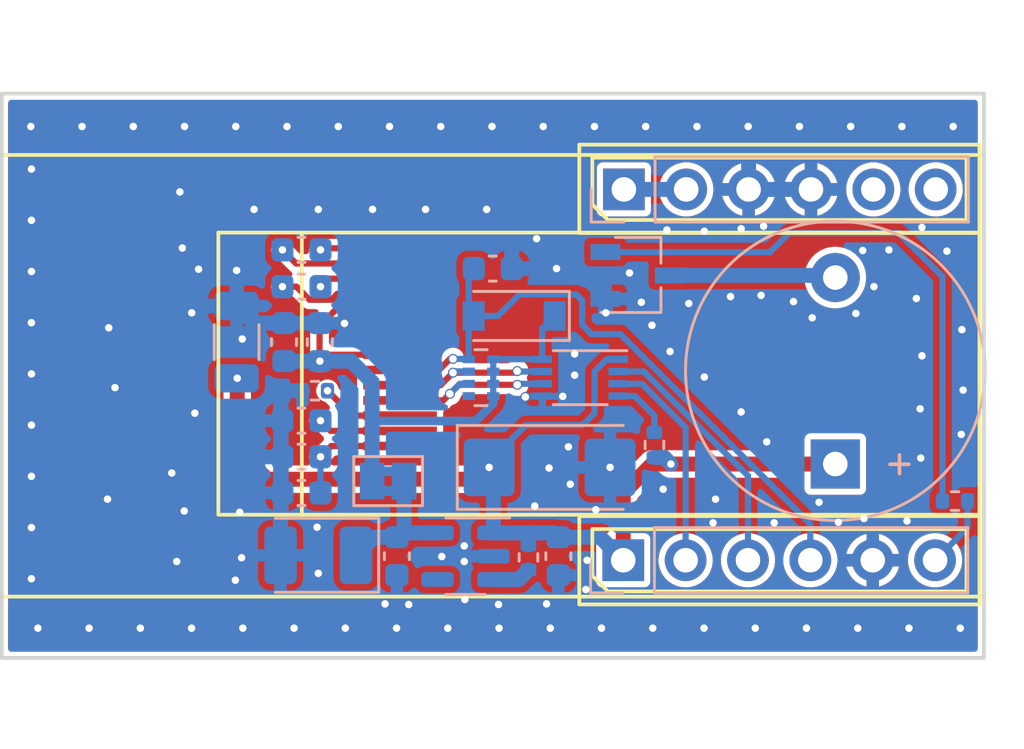
<source format=kicad_pcb>
(kicad_pcb (version 20211014) (generator pcbnew)
  (layers (0 "F.Cu" signal) (31 "B.Cu" signal) (34 "B.Paste" user) (35 "F.Paste" user) (36 "B.SilkS" user "B.Silkscreen") (37 "F.SilkS" user "F.Silkscreen") (38 "B.Mask" user) (39 "F.Mask" user) (44 "Edge.Cuts" user))
  (net 0 "")
  (net 1 "VCC")
  (net 2 "Net-(BZ1-Pad2)")
  (net 3 "GND")
  (net 4 "Net-(C3-Pad1)")
  (net 5 "Net-(C5-Pad1)")
  (net 6 "Net-(C5-Pad2)")
  (net 7 "Net-(C6-Pad1)")
  (net 8 "Net-(C6-Pad2)")
  (net 9 "+3V3")
  (net 11 "Net-(C11-Pad1)")
  (net 12 "Net-(C12-Pad1)")
  (net 13 "/DISP_SCL")
  (net 14 "/DISP_SDA")
  (net 15 "/BEEP")
  (net 16 "+24V")
  (net 19 "Net-(Q1-Pad2)")
  (net 20 "Net-(R1-Pad2)")
  (net 21 "Net-(R2-Pad2)")
  (net 22 "Net-(R4-Pad1)")
  (net 23 "/RST")
  (net 25 "/SCL")
  (net 26 "/SDA")
  (footprint "My_Library:OLED_128x32" (layer "F.Cu") (at 98.898001 130.1231)
    (fp_text reference "U3" hide)
    (fp_text value "0.91_OLED_128x32")
    (pad "1" smd rect (at 4 -10.86 90) (size 0.35 3) (layers "F.Cu" "F.Paste" "F.Mask") (net 5 "Net-(C5-Pad1)"))
    (pad "2" smd rect (at 4 -10.24 90) (size 0.35 3) (layers "F.Cu" "F.Paste" "F.Mask") (net 6 "Net-(C5-Pad2)"))
    (pad "3" smd rect (at 4 -9.62 90) (size 0.35 3) (layers "F.Cu" "F.Paste" "F.Mask") (net 7 "Net-(C6-Pad1)"))
    (pad "4" smd rect (at 4 -9 90) (size 0.35 3) (layers "F.Cu" "F.Paste" "F.Mask") (net 8 "Net-(C6-Pad2)"))
    (pad "5" smd rect (at 4 -8.38 90) (size 0.35 3) (layers "F.Cu" "F.Paste" "F.Mask") (net 9 "+3V3"))
    (pad "6" smd rect (at 4 -7.76 90) (size 0.35 3) (layers "F.Cu" "F.Paste" "F.Mask"))
    (pad "7" smd rect (at 4 -7.14 90) (size 0.35 3) (layers "F.Cu" "F.Paste" "F.Mask") (net 3 "GND"))
    (pad "8" smd rect (at 4 -6.52 90) (size 0.35 3) (layers "F.Cu" "F.Paste" "F.Mask") (net 9 "+3V3"))
    (pad "9" smd rect (at 4 -5.9 90) (size 0.35 3) (layers "F.Cu" "F.Paste" "F.Mask") (net 23 "/RST"))
    (pad "10" smd rect (at 4 -5.28 90) (size 0.35 3) (layers "F.Cu" "F.Paste" "F.Mask") (net 13 "/DISP_SCL"))
    (pad "11" smd rect (at 4 -4.66 90) (size 0.35 3) (layers "F.Cu" "F.Paste" "F.Mask") (net 14 "/DISP_SDA"))
    (pad "12" smd rect (at 4 -4.04 90) (size 0.35 3) (layers "F.Cu" "F.Paste" "F.Mask") (net 22 "Net-(R4-Pad1)"))
    (pad "13" smd rect (at 4 -3.42 90) (size 0.35 3) (layers "F.Cu" "F.Paste" "F.Mask") (net 11 "Net-(C11-Pad1)"))
    (pad "14" smd rect (at 4 -2.8 90) (size 0.35 3) (layers "F.Cu" "F.Paste" "F.Mask") (net 12 "Net-(C12-Pad1)"))
  )
  (footprint "Capacitor_SMD:C_0603_1608Metric" (layer "B.Cu") (at 99.6322 123.0884 90)
    (fp_text reference "C8" hide)
    (fp_text value "4.7uF")
    (pad "1" smd roundrect (at -0.775 0 90) (size 0.9 0.95) (layers "B.Cu" "B.Paste" "B.Mask") (net 9 "+3V3"))
    (pad "2" smd roundrect (at 0.775 0 90) (size 0.9 0.95) (layers "B.Cu" "B.Paste" "B.Mask") (net 3 "GND"))
  )
  (footprint "Capacitor_SMD:C_0603_1608Metric" (layer "B.Cu") (at 109.347 131.8136 -90)
    (fp_text reference "C2" hide)
    (fp_text value "100nF")
    (pad "1" smd roundrect (at -0.775 0 270) (size 0.9 0.95) (layers "B.Cu" "B.Paste" "B.Mask") (net 1 "VCC"))
    (pad "2" smd roundrect (at 0.775 0 270) (size 0.9 0.95) (layers "B.Cu" "B.Paste" "B.Mask") (net 3 "GND"))
  )
  (footprint "Capacitor_SMD:C_0603_1608Metric" (layer "B.Cu") (at 106.6736 120.0912 180)
    (fp_text reference "C10" hide)
    (fp_text value "4.7uF")
    (pad "1" smd roundrect (at -0.775 0 180) (size 0.9 0.95) (layers "B.Cu" "B.Paste" "B.Mask") (net 3 "GND"))
    (pad "2" smd roundrect (at 0.775 0 180) (size 0.9 0.95) (layers "B.Cu" "B.Paste" "B.Mask") (net 23 "/RST"))
  )
  (footprint "Connector_PinSocket_2.54mm:PinSocket_1x06_P2.54mm_Vertical" (layer "B.Cu") (at 112.0136 116.8646 -90)
    (fp_text reference "J2" hide)
    (fp_text value "Conn_01x06_Female")
    (pad "1" thru_hole rect (at 0 0 270) (size 1.7 1.7) (drill 1) (layers *.Cu *.Mask) (net 16 "+24V"))
    (pad "2" thru_hole oval (at 0 -2.54 270) (size 1.7 1.7) (drill 1) (layers *.Cu *.Mask) (net 16 "+24V"))
    (pad "3" thru_hole oval (at 0 -5.08 270) (size 1.7 1.7) (drill 1) (layers *.Cu *.Mask) (net 3 "GND"))
    (pad "4" thru_hole oval (at 0 -7.62 270) (size 1.7 1.7) (drill 1) (layers *.Cu *.Mask) (net 3 "GND"))
    (pad "5" thru_hole oval (at 0 -10.16 270) (size 1.7 1.7) (drill 1) (layers *.Cu *.Mask))
    (pad "6" thru_hole oval (at 0 -12.7 270) (size 1.7 1.7) (drill 1) (layers *.Cu *.Mask))
  )
  (footprint "Resistor_SMD:R_0402_1005Metric" (layer "B.Cu") (at 125.5014 129.5654)
    (fp_text reference "R3" hide)
    (fp_text value "2K")
    (pad "1" smd roundrect (at -0.51 0) (size 0.54 0.64) (layers "B.Cu" "B.Paste" "B.Mask") (net 19 "Net-(Q1-Pad2)"))
    (pad "2" smd roundrect (at 0.51 0) (size 0.54 0.64) (layers "B.Cu" "B.Paste" "B.Mask") (net 15 "/BEEP"))
  )
  (footprint "Capacitor_SMD:C_0603_1608Metric" (layer "B.Cu") (at 98.8822 127.762 180)
    (fp_text reference "C12" hide)
    (fp_text value "4.7uF")
    (pad "1" smd roundrect (at -0.775 0 180) (size 0.9 0.95) (layers "B.Cu" "B.Paste" "B.Mask") (net 12 "Net-(C12-Pad1)"))
    (pad "2" smd roundrect (at 0.775 0 180) (size 0.9 0.95) (layers "B.Cu" "B.Paste" "B.Mask") (net 3 "GND"))
  )
  (footprint "Package_TO_SOT_SMD:TSOT-23" (layer "B.Cu") (at 112.5728 120.3706)
    (fp_text reference "Q1" hide)
    (fp_text value "S8050")
    (pad "1" smd rect (at -1.31 0.95) (size 1.22 0.65) (layers "B.Cu" "B.Paste" "B.Mask") (net 3 "GND"))
    (pad "2" smd rect (at -1.31 -0.95) (size 1.22 0.65) (layers "B.Cu" "B.Paste" "B.Mask") (net 19 "Net-(Q1-Pad2)"))
    (pad "3" smd rect (at 1.31 0) (size 1.22 0.65) (layers "B.Cu" "B.Paste" "B.Mask") (net 2 "Net-(BZ1-Pad2)"))
  )
  (footprint "Resistor_SMD:R_0402_1005Metric" (layer "B.Cu") (at 113.2586 127.2794 90)
    (fp_text reference "R2" hide)
    (fp_text value "10K")
    (pad "1" smd roundrect (at -0.51 0 90) (size 0.54 0.64) (layers "B.Cu" "B.Paste" "B.Mask") (net 1 "VCC"))
    (pad "2" smd roundrect (at 0.51 0 90) (size 0.54 0.64) (layers "B.Cu" "B.Paste" "B.Mask") (net 21 "Net-(R2-Pad2)"))
  )
  (footprint "Package_SO:VSSOP-8_2.3x2mm_P0.5mm" (layer "B.Cu") (at 110.236 124.5362 180)
    (fp_text reference "U2" hide)
    (fp_text value "RS0102YH8")
    (pad "1" smd rect (at -1.55 0.75 270) (size 0.3 0.8) (layers "B.Cu" "B.Paste" "B.Mask") (net 1 "VCC"))
    (pad "2" smd rect (at -1.55 0.25 270) (size 0.3 0.8) (layers "B.Cu" "B.Paste" "B.Mask") (net 25 "/SCL"))
    (pad "3" smd rect (at -1.55 -0.25 270) (size 0.3 0.8) (layers "B.Cu" "B.Paste" "B.Mask") (net 26 "/SDA"))
    (pad "4" smd rect (at -1.55 -0.75 270) (size 0.3 0.8) (layers "B.Cu" "B.Paste" "B.Mask") (net 21 "Net-(R2-Pad2)"))
    (pad "5" smd rect (at 1.55 -0.75 270) (size 0.3 0.8) (layers "B.Cu" "B.Paste" "B.Mask") (net 3 "GND"))
    (pad "6" smd rect (at 1.55 -0.25 270) (size 0.3 0.8) (layers "B.Cu" "B.Paste" "B.Mask") (net 14 "/DISP_SDA"))
    (pad "7" smd rect (at 1.55 0.25 270) (size 0.3 0.8) (layers "B.Cu" "B.Paste" "B.Mask") (net 13 "/DISP_SCL"))
    (pad "8" smd rect (at 1.55 0.75 270) (size 0.3 0.8) (layers "B.Cu" "B.Paste" "B.Mask") (net 9 "+3V3"))
  )
  (footprint "Capacitor_SMD:C_0603_1608Metric" (layer "B.Cu") (at 98.8822 119.3292 180)
    (fp_text reference "C5" hide)
    (fp_text value "1uF")
    (pad "1" smd roundrect (at -0.775 0 180) (size 0.9 0.95) (layers "B.Cu" "B.Paste" "B.Mask") (net 5 "Net-(C5-Pad1)"))
    (pad "2" smd roundrect (at 0.775 0 180) (size 0.9 0.95) (layers "B.Cu" "B.Paste" "B.Mask") (net 6 "Net-(C5-Pad2)"))
  )
  (footprint "Diode_SMD:D_SOD-123" (layer "B.Cu") (at 107.5436 122.0216 180)
    (fp_text reference "D1" hide)
    (fp_text value "1N4148")
    (pad "1" smd rect (at -1.65 0 180) (size 0.9 1.2) (layers "B.Cu" "B.Paste" "B.Mask") (net 9 "+3V3"))
    (pad "2" smd rect (at 1.65 0 180) (size 0.9 1.2) (layers "B.Cu" "B.Paste" "B.Mask") (net 23 "/RST"))
  )
  (footprint "Capacitor_SMD:C_0603_1608Metric" (layer "B.Cu") (at 98.8822 126.2888 180)
    (fp_text reference "C11" hide)
    (fp_text value "2.2uF")
    (pad "1" smd roundrect (at -0.775 0 180) (size 0.9 0.95) (layers "B.Cu" "B.Paste" "B.Mask") (net 11 "Net-(C11-Pad1)"))
    (pad "2" smd roundrect (at 0.775 0 180) (size 0.9 0.95) (layers "B.Cu" "B.Paste" "B.Mask") (net 3 "GND"))
  )
  (footprint "Resistor_SMD:R_0402_1005Metric" (layer "B.Cu") (at 99.4322 125.0696 180)
    (fp_text reference "R4" hide)
    (fp_text value "560K")
    (pad "1" smd roundrect (at -0.51 0 180) (size 0.54 0.64) (layers "B.Cu" "B.Paste" "B.Mask") (net 22 "Net-(R4-Pad1)"))
    (pad "2" smd roundrect (at 0.51 0 180) (size 0.54 0.64) (layers "B.Cu" "B.Paste" "B.Mask") (net 3 "GND"))
  )
  (footprint "Package_TO_SOT_SMD:SOT-23-5" (layer "B.Cu") (at 105.5624 131.8136 180)
    (fp_text reference "U1" hide)
    (fp_text value "RT9013-3V3")
    (pad "1" smd roundrect (at -1.1375 0.95 180) (size 1.325 0.6) (layers "B.Cu" "B.Paste" "B.Mask") (net 1 "VCC"))
    (pad "2" smd roundrect (at -1.1375 0 180) (size 1.325 0.6) (layers "B.Cu" "B.Paste" "B.Mask") (net 3 "GND"))
    (pad "3" smd roundrect (at -1.1375 -0.95 180) (size 1.325 0.6) (layers "B.Cu" "B.Paste" "B.Mask") (net 20 "Net-(R1-Pad2)"))
    (pad "4" smd roundrect (at 1.1375 -0.95 180) (size 1.325 0.6) (layers "B.Cu" "B.Paste" "B.Mask"))
    (pad "5" smd roundrect (at 1.1375 0.95 180) (size 1.325 0.6) (layers "B.Cu" "B.Paste" "B.Mask") (net 4 "Net-(C3-Pad1)"))
  )
  (footprint "Jumper:SolderJumper-2_P1.3mm_Bridged2Bar_Pad1.0x1.5mm" (layer "B.Cu") (at 102.4128 128.7526)
    (fp_text reference "JP1" hide)
    (fp_text value "JUMP")
    (fp_poly (pts (xy -0.25 -0.2) (xy 0.25 -0.2) (xy 0.25 -0.6) (xy -0.25 -0.6)) (layer "B.Cu") (width 0) (fill solid))
    (fp_poly (pts (xy -0.25 0.6) (xy 0.25 0.6) (xy 0.25 0.2) (xy -0.25 0.2)) (layer "B.Cu") (width 0) (fill solid))
    (pad "1" smd rect (at -0.65 0) (size 1 1.5) (layers "B.Cu" "B.Mask") (net 9 "+3V3"))
    (pad "2" smd rect (at 0.65 0) (size 1 1.5) (layers "B.Cu" "B.Mask") (net 4 "Net-(C3-Pad1)"))
  )
  (footprint "Resistor_SMD:R_0402_1005Metric" (layer "B.Cu") (at 108.1278 131.8624 -90)
    (fp_text reference "R1" hide)
    (fp_text value "100K")
    (pad "1" smd roundrect (at -0.51 0 270) (size 0.54 0.64) (layers "B.Cu" "B.Paste" "B.Mask") (net 1 "VCC"))
    (pad "2" smd roundrect (at 0.51 0 270) (size 0.54 0.64) (layers "B.Cu" "B.Paste" "B.Mask") (net 20 "Net-(R1-Pad2)"))
  )
  (footprint "Capacitor_SMD:C_1206_3216Metric" (layer "B.Cu") (at 96.2406 123.0884 90)
    (fp_text reference "C7" hide)
    (fp_text value "10uF")
    (pad "1" smd roundrect (at -1.475 0 90) (size 1.15 1.8) (layers "B.Cu" "B.Paste" "B.Mask") (roundrect_rratio 0.2173913043) (net 1 "VCC"))
    (pad "2" smd roundrect (at 1.475 0 90) (size 1.15 1.8) (layers "B.Cu" "B.Paste" "B.Mask") (roundrect_rratio 0.2173913043) (net 3 "GND"))
  )
  (footprint "Capacitor_SMD:C_0603_1608Metric" (layer "B.Cu") (at 98.171 123.0884 90)
    (fp_text reference "C9" hide)
    (fp_text value "100nF")
    (pad "1" smd roundrect (at -0.775 0 90) (size 0.9 0.95) (layers "B.Cu" "B.Paste" "B.Mask") (net 9 "+3V3"))
    (pad "2" smd roundrect (at 0.775 0 90) (size 0.9 0.95) (layers "B.Cu" "B.Paste" "B.Mask") (net 3 "GND"))
  )
  (footprint "Buzzer_Beeper:Buzzer_12x9.5RM7.6" (layer "B.Cu") (at 120.6246 128.0568 90)
    (fp_text reference "BZ1" hide)
    (fp_text value "Buzzer")
    (fp_text user "+" (at -0.01 2.54 90) (layer "B.SilkS") (effects (justify mirror)))
    (pad "1" thru_hole rect (at 0 0 90) (size 2 2) (drill 1) (layers *.Cu *.Mask) (net 1 "VCC"))
    (pad "2" thru_hole circle (at 7.6 0 90) (size 2 2) (drill 1) (layers *.Cu *.Mask) (net 2 "Net-(BZ1-Pad2)"))
  )
  (footprint "Capacitor_SMD:C_0603_1608Metric" (layer "B.Cu") (at 98.8822 129.2352 180)
    (fp_text reference "C13" hide)
    (fp_text value "100nF")
    (pad "1" smd roundrect (at -0.775 0 180) (size 0.9 0.95) (layers "B.Cu" "B.Paste" "B.Mask") (net 12 "Net-(C12-Pad1)"))
    (pad "2" smd roundrect (at 0.775 0 180) (size 0.9 0.95) (layers "B.Cu" "B.Paste" "B.Mask") (net 3 "GND"))
  )
  (footprint "Capacitor_Tantalum_SMD:CP_EIA-3528-21_Kemet-B" (layer "B.Cu") (at 99.568 131.7752 180)
    (fp_text reference "C3" hide)
    (fp_text value "10uF")
    (pad "1" smd roundrect (at -1.5375 0 180) (size 1.325 2.35) (layers "B.Cu" "B.Paste" "B.Mask") (roundrect_rratio 0.1886792453) (net 4 "Net-(C3-Pad1)"))
    (pad "2" smd roundrect (at 1.5375 0 180) (size 1.325 2.35) (layers "B.Cu" "B.Paste" "B.Mask") (roundrect_rratio 0.1886792453) (net 3 "GND"))
  )
  (footprint "Connector_PinSocket_2.54mm:PinSocket_1x06_P2.54mm_Vertical" (layer "B.Cu") (at 111.9882 131.978 -90)
    (fp_text reference "J1" hide)
    (fp_text value "Conn_01x06_Female")
    (pad "1" thru_hole rect (at 0 0 270) (size 1.7 1.7) (drill 1) (layers *.Cu *.Mask) (net 1 "VCC"))
    (pad "2" thru_hole oval (at 0 -2.54 270) (size 1.7 1.7) (drill 1) (layers *.Cu *.Mask) (net 26 "/SDA"))
    (pad "3" thru_hole oval (at 0 -5.08 270) (size 1.7 1.7) (drill 1) (layers *.Cu *.Mask) (net 25 "/SCL"))
    (pad "4" thru_hole oval (at 0 -7.62 270) (size 1.7 1.7) (drill 1) (layers *.Cu *.Mask) (net 23 "/RST"))
    (pad "5" thru_hole oval (at 0 -10.16 270) (size 1.7 1.7) (drill 1) (layers *.Cu *.Mask) (net 3 "GND"))
    (pad "6" thru_hole oval (at 0 -12.7 270) (size 1.7 1.7) (drill 1) (layers *.Cu *.Mask) (net 15 "/BEEP"))
  )
  (footprint "Capacitor_Tantalum_SMD:CP_EIA-6032-28_Kemet-C" (layer "B.Cu") (at 108.9886 128.1938)
    (fp_text reference "C1" hide)
    (fp_text value "10uF")
    (pad "1" smd roundrect (at -2.4625 0) (size 2.075 2.35) (layers "B.Cu" "B.Paste" "B.Mask") (roundrect_rratio 0.1204819277) (net 1 "VCC"))
    (pad "2" smd roundrect (at 2.4625 0) (size 2.075 2.35) (layers "B.Cu" "B.Paste" "B.Mask") (roundrect_rratio 0.1204819277) (net 3 "GND"))
  )
  (footprint "Resistor_SMD:R_Array_Concave_4x0402" (layer "B.Cu") (at 106.1936 124.5362)
    (fp_text reference "RN1" hide)
    (fp_text value "4.7K")
    (pad "1" smd rect (at -0.5 0.75) (size 0.5 0.32) (layers "B.Cu" "B.Paste" "B.Mask"))
    (pad "2" smd rect (at -0.5 0.25) (size 0.5 0.32) (layers "B.Cu" "B.Paste" "B.Mask") (net 14 "/DISP_SDA"))
    (pad "3" smd rect (at -0.5 -0.25) (size 0.5 0.32) (layers "B.Cu" "B.Paste" "B.Mask") (net 13 "/DISP_SCL"))
    (pad "4" smd rect (at -0.5 -0.75) (size 0.5 0.32) (layers "B.Cu" "B.Paste" "B.Mask") (net 23 "/RST"))
    (pad "5" smd rect (at 0.5 -0.75) (size 0.5 0.32) (layers "B.Cu" "B.Paste" "B.Mask") (net 9 "+3V3"))
    (pad "6" smd rect (at 0.5 -0.25) (size 0.5 0.32) (layers "B.Cu" "B.Paste" "B.Mask") (net 9 "+3V3"))
    (pad "7" smd rect (at 0.5 0.25) (size 0.5 0.32) (layers "B.Cu" "B.Paste" "B.Mask") (net 9 "+3V3"))
    (pad "8" smd rect (at 0.5 0.75) (size 0.5 0.32) (layers "B.Cu" "B.Paste" "B.Mask") (net 9 "+3V3"))
  )
  (footprint "Capacitor_SMD:C_0603_1608Metric" (layer "B.Cu") (at 98.8822 120.8278 180)
    (fp_text reference "C6" hide)
    (fp_text value "1uF")
    (pad "1" smd roundrect (at -0.775 0 180) (size 0.9 0.95) (layers "B.Cu" "B.Paste" "B.Mask") (net 7 "Net-(C6-Pad1)"))
    (pad "2" smd roundrect (at 0.775 0 180) (size 0.9 0.95) (layers "B.Cu" "B.Paste" "B.Mask") (net 8 "Net-(C6-Pad2)"))
  )
  (footprint "Capacitor_SMD:C_0603_1608Metric" (layer "B.Cu") (at 102.7684 131.8136 -90)
    (fp_text reference "C4" hide)
    (fp_text value "100nF")
    (pad "1" smd roundrect (at -0.775 0 270) (size 0.9 0.95) (layers "B.Cu" "B.Paste" "B.Mask") (net 4 "Net-(C3-Pad1)"))
    (pad "2" smd roundrect (at 0.775 0 270) (size 0.9 0.95) (layers "B.Cu" "B.Paste" "B.Mask") (net 3 "GND"))
  )
  (gr_line (start 126.4988 133.7784) (end 126.4988 130.1784) (layer "F.SilkS") (width 0.152399))
  (gr_line (start 110.7288 117.475) (end 110.7288 115.57) (layer "F.SilkS") (width 0.152399))
  (gr_line (start 110.7288 115.57) (end 125.9688 115.57) (layer "F.SilkS") (width 0.152399))
  (gr_line (start 110.1988 130.1784) (end 110.1988 133.7784) (layer "F.SilkS") (width 0.152399))
  (gr_line (start 110.7288 132.6134) (end 110.7288 130.7084) (layer "F.SilkS") (width 0.152399))
  (gr_line (start 110.7288 130.7084) (end 125.9688 130.7084) (layer "F.SilkS") (width 0.152399))
  (gr_line (start 125.9688 115.57) (end 125.9688 118.11) (layer "F.SilkS") (width 0.152399))
  (gr_line (start 110.1988 133.7784) (end 126.4988 133.7784) (layer "F.SilkS") (width 0.152399))
  (gr_line (start 125.9688 118.11) (end 111.3638 118.11) (layer "F.SilkS") (width 0.152399))
  (gr_line (start 86.68 133.46) (end 126.68 133.46) (layer "F.SilkS") (width 0.152399))
  (gr_line (start 126.4988 130.1784) (end 110.1988 130.1784) (layer "F.SilkS") (width 0.152399))
  (gr_line (start 126.68 115.46) (end 86.68 115.46) (layer "F.SilkS") (width 0.152399))
  (gr_line (start 111.3638 133.2484) (end 110.7288 132.6134) (layer "F.SilkS") (width 0.152399))
  (gr_line (start 111.3638 118.11) (end 110.7288 117.475) (layer "F.SilkS") (width 0.152399))
  (gr_line (start 125.9688 130.7084) (end 125.9688 133.2484) (layer "F.SilkS") (width 0.152399))
  (gr_line (start 126.4988 118.64) (end 126.4988 115.04) (layer "F.SilkS") (width 0.152399))
  (gr_line (start 125.9688 133.2484) (end 111.3638 133.2484) (layer "F.SilkS") (width 0.152399))
  (gr_line (start 110.1988 118.64) (end 126.4988 118.64) (layer "F.SilkS") (width 0.152399))
  (gr_line (start 126.4988 115.04) (end 110.1988 115.04) (layer "F.SilkS") (width 0.152399))
  (gr_line (start 110.1988 115.04) (end 110.1988 118.64) (layer "F.SilkS") (width 0.152399))
  (gr_line (start 126.68 135.96) (end 86.68 135.96) (layer "Edge.Cuts") (width 0.152399))
  (gr_line (start 126.68 112.96) (end 126.68 135.96) (layer "Edge.Cuts") (width 0.152399))
  (gr_line (start 86.68 112.96) (end 126.68 112.96) (layer "Edge.Cuts") (width 0.152399))
  (gr_line (start 86.68 135.96) (end 86.68 112.96) (layer "Edge.Cuts") (width 0.152399))
  (segment (start 106.0435 128.6764) (end 106.5261 128.1938) (width 0.6096) (layer "F.Cu") (net 1))
  (segment (start 113.929 128.0568) (end 113.167 128.0568) (width 0.6096) (layer "F.Cu") (net 1))
  (segment (start 120.6246 128.0568) (end 113.929 128.0568) (width 0.6096) (layer "F.Cu") (net 1))
  (segment (start 96.266 124.5616) (end 96.266 127.4572) (width 0.6096) (layer "F.Cu") (net 1))
  (segment (start 113.167 128.0568) (end 111.9882 129.2356) (width 0.6096) (layer "F.Cu") (net 1))
  (segment (start 96.266 127.4572) (end 97.4852 128.6764) (width 0.6096) (layer "F.Cu") (net 1))
  (segment (start 97.4852 128.6764) (end 106.0435 128.6764) (width 0.6096) (layer "F.Cu") (net 1))
  (segment (start 111.9882 129.2356) (end 111.9882 131.978) (width 0.6096) (layer "F.Cu") (net 1))
  (via (at 106.5261 128.1938) (size 0.4064) (drill 0.3048) (layers "F.Cu" "B.Cu") (net 1))
  (via (at 113.929 128.0568) (size 0.4064) (drill 0.3048) (layers "F.Cu" "B.Cu") (net 1))
  (via (at 96.266 124.5616) (size 0.4064) (drill 0.3048) (layers "F.Cu" "B.Cu") (net 1))
  (segment (start 110.8202 125.984) (end 110.3376 126.4666) (width 0.254) (layer "B.Cu") (net 1))
  (segment (start 96.2642 124.5634) (end 96.266 124.5616) (width 0.254) (layer "B.Cu") (net 1))
  (segment (start 108.156 130.8636) (end 109.172 130.8636) (width 0.6096) (layer "B.Cu") (net 1))
  (segment (start 110.8202 124.2822) (end 110.8202 125.984) (width 0.254) (layer "B.Cu") (net 1))
  (segment (start 106.5261 127.9667) (end 106.5261 128.1938) (width 0.254) (layer "B.Cu") (net 1))
  (segment (start 108.1278 131.3524) (end 108.1278 130.8918) (width 0.6096) (layer "B.Cu") (net 1))
  (segment (start 109.172 130.8636) (end 109.347 131.0386) (width 0.6096) (layer "B.Cu") (net 1))
  (segment (start 111.786 123.7862) (end 111.3162 123.7862) (width 0.254) (layer "B.Cu") (net 1))
  (segment (start 106.6999 130.8636) (end 106.6999 128.3676) (width 0.6096) (layer "B.Cu") (net 1))
  (segment (start 110.3376 126.4666) (end 108.0262 126.4666) (width 0.254) (layer "B.Cu") (net 1))
  (segment (start 113.6616 127.7894) (end 113.929 128.0568) (width 0.6096) (layer "B.Cu") (net 1))
  (segment (start 106.6999 128.3676) (end 106.5261 128.1938) (width 0.6096) (layer "B.Cu") (net 1))
  (segment (start 111.0488 131.0386) (end 111.9882 131.978) (width 0.6096) (layer "B.Cu") (net 1))
  (segment (start 111.3162 123.7862) (end 110.8202 124.2822) (width 0.254) (layer "B.Cu") (net 1))
  (segment (start 109.347 131.0386) (end 111.0488 131.0386) (width 0.6096) (layer "B.Cu") (net 1))
  (segment (start 106.6999 130.8636) (end 108.156 130.8636) (width 0.6096) (layer "B.Cu") (net 1))
  (segment (start 96.2406 124.5634) (end 96.2642 124.5634) (width 0.254) (layer "B.Cu") (net 1))
  (segment (start 108.1278 130.8918) (end 108.156 130.8636) (width 0.6096) (layer "B.Cu") (net 1))
  (segment (start 108.0262 126.4666) (end 106.5261 127.9667) (width 0.254) (layer "B.Cu") (net 1))
  (segment (start 113.2586 127.7894) (end 113.6616 127.7894) (width 0.6096) (layer "B.Cu") (net 1))
  (segment (start 113.959 120.3706) (end 120.5384 120.3706) (width 0.6096) (layer "B.Cu") (net 2))
  (segment (start 120.5384 120.3706) (end 120.6246 120.4568) (width 0.6096) (layer "B.Cu") (net 2))
  (segment (start 101.2915 122.9831) (end 100.6348 122.3264) (width 0.3556) (layer "F.Cu") (net 3))
  (segment (start 102.898001 122.9831) (end 101.2915 122.9831) (width 0.3556) (layer "F.Cu") (net 3))
  (segment (start 109.5248 125.2982) (end 111.4511 127.2245) (width 0.254) (layer "F.Cu") (net 3))
  (segment (start 111.4511 127.2245) (end 111.4511 128.1938) (width 0.254) (layer "F.Cu") (net 3))
  (via (at 117.602 121.1834) (size 0.4064) (drill 0.3048) (layers "F.Cu" "B.Cu") (net 3))
  (via (at 100.6348 122.3264) (size 0.4064) (drill 0.3048) (layers "F.Cu" "B.Cu") (net 3))
  (via (at 96.9518 117.6782) (size 0.4064) (drill 0.3048) (layers "F.Cu" "B.Cu") (net 3))
  (via (at 87.884 122.296767) (size 0.4064) (drill 0.3048) (layers "F.Cu" "B.Cu") (net 3))
  (via (at 90.233501 134.747) (size 0.4064) (drill 0.3048) (layers "F.Cu" "B.Cu") (net 3))
  (via (at 94.6912 120.1166) (size 0.4064) (drill 0.3048) (layers "F.Cu" "B.Cu") (net 3))
  (via (at 113.7666 118.5164) (size 0.4064) (drill 0.3048) (layers "F.Cu" "B.Cu") (net 3))
  (via (at 108.458 118.872) (size 0.4064) (drill 0.3048) (layers "F.Cu" "B.Cu") (net 3))
  (via (at 108.966 128.2192) (size 0.4064) (drill 0.3048) (layers "F.Cu" "B.Cu") (net 3))
  (via (at 123.9266 121.3104) (size 0.4064) (drill 0.3048) (layers "F.Cu" "B.Cu") (net 3))
  (via (at 103.9368 117.6782) (size 0.4064) (drill 0.3048) (layers "F.Cu" "B.Cu") (net 3))
  (via (at 87.8586 114.3) (size 0.4064) (drill 0.3048) (layers "F.Cu" "B.Cu") (net 3))
  (via (at 124.1552 123.6472) (size 0.4064) (drill 0.3048) (layers "F.Cu" "B.Cu") (net 3))
  (via (at 87.884 120.209734) (size 0.4064) (drill 0.3048) (layers "F.Cu" "B.Cu") (net 3))
  (via (at 108.0008 125.3236) (size 0.4064) (drill 0.3048) (layers "F.Cu" "B.Cu") (net 3))
  (via (at 124.079 125.8062) (size 0.4064) (drill 0.3048) (layers "F.Cu" "B.Cu") (net 3))
  (via (at 106.426 117.6782) (size 0.4064) (drill 0.3048) (layers "F.Cu" "B.Cu") (net 3))
  (via (at 121.251128 114.3) (size 0.4064) (drill 0.3048) (layers "F.Cu" "B.Cu") (net 3))
  (via (at 108.3818 129.7686) (size 0.4064) (drill 0.3048) (layers "F.Cu" "B.Cu") (net 3))
  (via (at 112.7252 121.4628) (size 0.4064) (drill 0.3048) (layers "F.Cu" "B.Cu") (net 3))
  (via (at 105.5116 131.3942) (size 0.4064) (drill 0.3048) (layers "F.Cu" "B.Cu") (net 3))
  (via (at 108.8644 133.7564) (size 0.4064) (drill 0.3048) (layers "F.Cu" "B.Cu") (net 3))
  (via (at 119.451963 134.747) (size 0.4064) (drill 0.3048) (layers "F.Cu" "B.Cu") (net 3))
  (via (at 109.8296 128.8796) (size 0.4064) (drill 0.3048) (layers "F.Cu" "B.Cu") (net 3))
  (via (at 125.7808 122.5804) (size 0.4064) (drill 0.3048) (layers "F.Cu" "B.Cu") (net 3))
  (via (at 115.2906 118.5672) (size 0.4064) (drill 0.3048) (layers "F.Cu" "B.Cu") (net 3))
  (via (at 119.164095 114.3) (size 0.4064) (drill 0.3048) (layers "F.Cu" "B.Cu") (net 3))
  (via (at 115.2906 124.5108) (size 0.4064) (drill 0.3048) (layers "F.Cu" "B.Cu") (net 3))
  (via (at 119.6848 122.0978) (size 0.4064) (drill 0.3048) (layers "F.Cu" "B.Cu") (net 3))
  (via (at 94.407567 134.747) (size 0.4064) (drill 0.3048) (layers "F.Cu" "B.Cu") (net 3))
  (via (at 125.713068 134.747) (size 0.4064) (drill 0.3048) (layers "F.Cu" "B.Cu") (net 3))
  (via (at 100.380798 114.3) (size 0.4064) (drill 0.3048) (layers "F.Cu" "B.Cu") (net 3))
  (via (at 118.1354 130.4544) (size 0.4064) (drill 0.3048) (layers "F.Cu" "B.Cu") (net 3))
  (via (at 120.7516 130.429) (size 0.4064) (drill 0.3048) (layers "F.Cu" "B.Cu") (net 3))
  (via (at 94.107 129.9718) (size 0.4064) (drill 0.3048) (layers "F.Cu" "B.Cu") (net 3))
  (via (at 125.4252 114.3) (size 0.4064) (drill 0.3048) (layers "F.Cu" "B.Cu") (net 3))
  (via (at 96.206732 114.3) (size 0.4064) (drill 0.3048) (layers "F.Cu" "B.Cu") (net 3))
  (via (at 106.9086 133.7818) (size 0.4064) (drill 0.3048) (layers "F.Cu" "B.Cu") (net 3))
  (via (at 109.5248 125.2982) (size 0.4064) (drill 0.3048) (layers "F.Cu" "B.Cu") (net 3))
  (via (at 91.0336 122.5042) (size 0.4064) (drill 0.3048) (layers "F.Cu" "B.Cu") (net 3))
  (via (at 93.599 128.4224) (size 0.4064) (drill 0.3048) (layers "F.Cu" "B.Cu") (net 3))
  (via (at 110.815963 114.3) (size 0.4064) (drill 0.3048) (layers "F.Cu" "B.Cu") (net 3))
  (via (at 110.0074 124.4346) (size 0.4064) (drill 0.3048) (layers "F.Cu" "B.Cu") (net 3))
  (via (at 124.1044 127.8128) (size 0.4064) (drill 0.3048) (layers "F.Cu" "B.Cu") (net 3))
  (via (at 116.7892 118.4656) (size 0.4064) (drill 0.3048) (layers "F.Cu" "B.Cu") (net 3))
  (via (at 113.6142 129.0828) (size 0.4064) (drill 0.3048) (layers "F.Cu" "B.Cu") (net 3))
  (via (at 99.568 117.6782) (size 0.4064) (drill 0.3048) (layers "F.Cu" "B.Cu") (net 3))
  (via (at 115.6462 130.4544) (size 0.4064) (drill 0.3048) (layers "F.Cu" "B.Cu") (net 3))
  (via (at 105.5116 132.0292) (size 0.4064) (drill 0.3048) (layers "F.Cu" "B.Cu") (net 3))
  (via (at 94.0308 119.253) (size 0.4064) (drill 0.3048) (layers "F.Cu" "B.Cu") (net 3))
  (via (at 101.7778 117.6782) (size 0.4064) (drill 0.3048) (layers "F.Cu" "B.Cu") (net 3))
  (via (at 104.554864 114.3) (size 0.4064) (drill 0.3048) (layers "F.Cu" "B.Cu") (net 3))
  (via (at 87.884 126.470833) (size 0.4064) (drill 0.3048) (layers "F.Cu" "B.Cu") (net 3))
  (via (at 125.7554 126.8476) (size 0.4064) (drill 0.3048) (layers "F.Cu" "B.Cu") (net 3))
  (via (at 100.668666 134.747) (size 0.4064) (drill 0.3048) (layers "F.Cu" "B.Cu") (net 3))
  (via (at 109.2708 120.0912) (size 0.4064) (drill 0.3048) (layers "F.Cu" "B.Cu") (net 3))
  (via (at 91.2876 124.9426) (size 0.4064) (drill 0.3048) (layers "F.Cu" "B.Cu") (net 3))
  (via (at 94.5388 125.984) (size 0.4064) (drill 0.3048) (layers "F.Cu" "B.Cu") (net 3))
  (via (at 98.293765 114.3) (size 0.4064) (drill 0.3048) (layers "F.Cu" "B.Cu") (net 3))
  (via (at 87.884 118.122701) (size 0.4064) (drill 0.3048) (layers "F.Cu" "B.Cu") (net 3))
  (via (at 92.032666 114.3) (size 0.4064) (drill 0.3048) (layers "F.Cu" "B.Cu") (net 3))
  (via (at 96.3676 130.0226) (size 0.4064) (drill 0.3048) (layers "F.Cu" "B.Cu") (net 3))
  (via (at 123.338161 114.3) (size 0.4064) (drill 0.3048) (layers "F.Cu" "B.Cu") (net 3))
  (via (at 88.146468 134.747) (size 0.4064) (drill 0.3048) (layers "F.Cu" "B.Cu") (net 3))
  (via (at 110.4646 133.1722) (size 0.4064) (drill 0.3048) (layers "F.Cu" "B.Cu") (net 3))
  (via (at 96.4946 134.747) (size 0.4064) (drill 0.3048) (layers "F.Cu" "B.Cu") (net 3))
  (via (at 87.884 132.731932) (size 0.4064) (drill 0.3048) (layers "F.Cu" "B.Cu") (net 3))
  (via (at 96.4692 122.9614) (size 0.4064) (drill 0.3048) (layers "F.Cu" "B.Cu") (net 3))
  (via (at 116.3574 121.2342) (size 0.4064) (drill 0.3048) (layers "F.Cu" "B.Cu") (net 3))
  (via (at 117.077062 114.3) (size 0.4064) (drill 0.3048) (layers "F.Cu" "B.Cu") (net 3))
  (via (at 118.9228 121.4374) (size 0.4064) (drill 0.3048) (layers "F.Cu" "B.Cu") (net 3))
  (via (at 96.4438 131.8768) (size 0.4064) (drill 0.3048) (layers "F.Cu" "B.Cu") (net 3))
  (via (at 109.7534 127.3556) (size 0.4064) (drill 0.3048) (layers "F.Cu" "B.Cu") (net 3))
  (via (at 102.2858 133.7564) (size 0.4064) (drill 0.3048) (layers "F.Cu" "B.Cu") (net 3))
  (via (at 87.884 124.3838) (size 0.4064) (drill 0.3048) (layers "F.Cu" "B.Cu") (net 3))
  (via (at 89.945633 114.3) (size 0.4064) (drill 0.3048) (layers "F.Cu" "B.Cu") (net 3))
  (via (at 111.103831 134.747) (size 0.4064) (drill 0.3048) (layers "F.Cu" "B.Cu") (net 3))
  (via (at 96.1898 132.7912) (size 0.4064) (drill 0.3048) (layers "F.Cu" "B.Cu") (net 3))
  (via (at 123.5456 130.3782) (size 0.4064) (drill 0.3048) (layers "F.Cu" "B.Cu") (net 3))
  (via (at 108.72893 114.3) (size 0.4064) (drill 0.3048) (layers "F.Cu" "B.Cu") (net 3))
  (via (at 87.884 128.557866) (size 0.4064) (drill 0.3048) (layers "F.Cu" "B.Cu") (net 3))
  (via (at 124.1552 118.4148) (size 0.4064) (drill 0.3048) (layers "F.Cu" "B.Cu") (net 3))
  (via (at 106.641897 114.3) (size 0.4064) (drill 0.3048) (layers "F.Cu" "B.Cu") (net 3))
  (via (at 121.7422 119.3546) (size 0.4064) (drill 0.3048) (layers "F.Cu" "B.Cu") (net 3))
  (via (at 113.8936 123.4694) (size 0.4064) (drill 0.3048) (layers "F.Cu" "B.Cu") (net 3))
  (via (at 121.4628 121.92) (size 0.4064) (drill 0.3048) (layers "F.Cu" "B.Cu") (net 3))
  (via (at 106.929765 134.747) (size 0.4064) (drill 0.3048) (layers "F.Cu" "B.Cu") (net 3))
  (via (at 94.119699 114.3) (size 0.4064) (drill 0.3048) (layers "F.Cu" "B.Cu") (net 3))
  (via (at 117.8306 127.1524) (size 0.4064) (drill 0.3048) (layers "F.Cu" "B.Cu") (net 3))
  (via (at 110.5154 131.9784) (size 0.4064) (drill 0.3048) (layers "F.Cu" "B.Cu") (net 3))
  (via (at 102.467831 114.3) (size 0.4064) (drill 0.3048) (layers "F.Cu" "B.Cu") (net 3))
  (via (at 113.157 122.4026) (size 0.4064) (drill 0.3048) (layers "F.Cu" "B.Cu") (net 3))
  (via (at 99.5172 130.6322) (size 0.4064) (drill 0.3048) (layers "F.Cu" "B.Cu") (net 3))
  (via (at 119.9642 129.6162) (size 0.4064) (drill 0.3048) (layers "F.Cu" "B.Cu") (net 3))
  (via (at 93.8022 132.0292) (size 0.4064) (drill 0.3048) (layers "F.Cu" "B.Cu") (net 3))
  (via (at 111.4511 128.1938) (size 0.4064) (drill 0.3048) (layers "F.Cu" "B.Cu") (net 3))
  (via (at 125.8316 125.0442) (size 0.4064) (drill 0.3048) (layers "F.Cu" "B.Cu") (net 3))
  (via (at 104.5972 131.826) (size 0.4064) (drill 0.3048) (layers "F.Cu" "B.Cu") (net 3))
  (via (at 116.7892 125.9332) (size 0.4064) (drill 0.3048) (layers "F.Cu" "B.Cu") (net 3))
  (via (at 102.755699 134.747) (size 0.4064) (drill 0.3048) (layers "F.Cu" "B.Cu") (net 3))
  (via (at 117.36493 134.747) (size 0.4064) (drill 0.3048) (layers "F.Cu" "B.Cu") (net 3))
  (via (at 122.809 119.3292) (size 0.4064) (drill 0.3048) (layers "F.Cu" "B.Cu") (net 3))
  (via (at 93.9292 116.967) (size 0.4064) (drill 0.3048) (layers "F.Cu" "B.Cu") (net 3))
  (via (at 115.7478 129.4892) (size 0.4064) (drill 0.3048) (layers "F.Cu" "B.Cu") (net 3))
  (via (at 87.884 116.035668) (size 0.4064) (drill 0.3048) (layers "F.Cu" "B.Cu") (net 3))
  (via (at 96.2406 120.1674) (size 0.4064) (drill 0.3048) (layers "F.Cu" "B.Cu") (net 3))
  (via (at 117.7036 118.364) (size 0.4064) (drill 0.3048) (layers "F.Cu" "B.Cu") (net 3))
  (via (at 104.842732 134.747) (size 0.4064) (drill 0.3048) (layers "F.Cu" "B.Cu") (net 3))
  (via (at 92.320534 134.747) (size 0.4064) (drill 0.3048) (layers "F.Cu" "B.Cu") (net 3))
  (via (at 112.902996 114.3) (size 0.4064) (drill 0.3048) (layers "F.Cu" "B.Cu") (net 3))
  (via (at 110.0074 123.571) (size 0.4064) (drill 0.3048) (layers "F.Cu" "B.Cu") (net 3))
  (via (at 121.793 130.2766) (size 0.4064) (drill 0.3048) (layers "F.Cu" "B.Cu") (net 3))
  (via (at 110.871 129.921) (size 0.4064) (drill 0.3048) (layers "F.Cu" "B.Cu") (net 3))
  (via (at 122.1994 120.8278) (size 0.4064) (drill 0.3048) (layers "F.Cu" "B.Cu") (net 3))
  (via (at 87.884 130.644899) (size 0.4064) (drill 0.3048) (layers "F.Cu" "B.Cu") (net 3))
  (via (at 125.1712 119.38) (size 0.4064) (drill 0.3048) (layers "F.Cu" "B.Cu") (net 3))
  (via (at 90.9828 129.4892) (size 0.4064) (drill 0.3048) (layers "F.Cu" "B.Cu") (net 3))
  (via (at 112.2426 120.269) (size 0.4064) (drill 0.3048) (layers "F.Cu" "B.Cu") (net 3))
  (via (at 109.016798 134.747) (size 0.4064) (drill 0.3048) (layers "F.Cu" "B.Cu") (net 3))
  (via (at 111.2774 121.8946) (size 0.4064) (drill 0.3048) (layers "F.Cu" "B.Cu") (net 3))
  (via (at 94.4118 121.8946) (size 0.4064) (drill 0.3048) (layers "F.Cu" "B.Cu") (net 3))
  (via (at 98.581633 134.747) (size 0.4064) (drill 0.3048) (layers "F.Cu" "B.Cu") (net 3))
  (via (at 113.190864 134.747) (size 0.4064) (drill 0.3048) (layers "F.Cu" "B.Cu") (net 3))
  (via (at 99.568 132.5118) (size 0.4064) (drill 0.3048) (layers "F.Cu" "B.Cu") (net 3))
  (via (at 121.538996 134.747) (size 0.4064) (drill 0.3048) (layers "F.Cu" "B.Cu") (net 3))
  (via (at 115.277897 134.747) (size 0.4064) (drill 0.3048) (layers "F.Cu" "B.Cu") (net 3))
  (via (at 114.6556 121.5136) (size 0.4064) (drill 0.3048) (layers "F.Cu" "B.Cu") (net 3))
  (via (at 123.626029 134.747) (size 0.4064) (drill 0.3048) (layers "F.Cu" "B.Cu") (net 3))
  (via (at 103.251 133.7818) (size 0.4064) (drill 0.3048) (layers "F.Cu" "B.Cu") (net 3))
  (via (at 105.537 133.5786) (size 0.4064) (drill 0.3048) (layers "F.Cu" "B.Cu") (net 3))
  (via (at 114.990029 114.3) (size 0.4064) (drill 0.3048) (layers "F.Cu" "B.Cu") (net 3))
  (segment (start 106.426 117.6782) (end 107.4486 117.6782) (width 0.6096) (layer "B.Cu") (net 3))
  (segment (start 107.4486 117.6782) (end 107.4486 115.1062) (width 0.6096) (layer "B.Cu") (net 3))
  (segment (start 93.6498 127) (end 94.4118 127.762) (width 0.6096) (layer "B.Cu") (net 3))
  (segment (start 98.3488 125.0696) (end 98.9222 125.0696) (width 0.6096) (layer "B.Cu") (net 3))
  (segment (start 101.7778 117.6782) (end 103.9368 117.6782) (width 0.6096) (layer "B.Cu") (net 3))
  (segment (start 115.316 114.1984) (end 116.0018 114.1984) (width 0.6096) (layer "B.Cu") (net 3))
  (segment (start 108.686 125.2862) (end 108.0382 125.2862) (width 0.254) (layer "B.Cu") (net 3))
  (segment (start 107.4486 115.1062) (end 108.0643 114.4905) (width 0.6096) (layer "B.Cu") (net 3))
  (segment (start 108.0382 125.2862) (end 108.0008 125.3236) (width 0.254) (layer "B.Cu") (net 3))
  (segment (start 103.9368 117.6782) (end 106.426 117.6782) (width 0.6096) (layer "B.Cu") (net 3))
  (segment (start 96.2406 121.6134) (end 96.2406 120.1674) (width 0.6096) (layer "B.Cu") (net 3))
  (segment (start 116.0018 114.1984) (end 117.0936 115.2902) (width 0.6096) (layer "B.Cu") (net 3))
  (segment (start 96.8502 117.6782) (end 96.9518 117.6782) (width 0.6096) (layer "B.Cu") (net 3))
  (segment (start 108.686 125.2862) (end 109.5128 125.2862) (width 0.254) (layer "B.Cu") (net 3))
  (segment (start 108.3564 114.1984) (end 110.3376 114.1984) (width 0.6096) (layer "B.Cu") (net 3))
  (segment (start 94.4118 121.8946) (end 93.6498 122.6566) (width 0.6096) (layer "B.Cu") (net 3))
  (segment (start 98.0305 131.7752) (end 98.0305 125.3879) (width 0.6096) (layer "B.Cu") (net 3))
  (segment (start 94.693 121.6134) (end 94.4118 121.8946) (width 0.6096) (layer "B.Cu") (net 3))
  (segment (start 93.6498 122.6566) (end 93.6498 127) (width 0.6096) (layer "B.Cu") (net 3))
  (segment (start 111.2628 121.88) (end 111.2774 121.8946) (width 0.6096) (layer "B.Cu") (net 3))
  (segment (start 96.9406 122.3134) (end 99.6322 122.3134) (width 0.6096) (layer "B.Cu") (net 3))
  (segment (start 96.2406 120.1674) (end 96.2406 118.2878) (width 0.6096) (layer "B.Cu") (net 3))
  (segment (start 96.2406 118.2878) (end 96.8502 117.6782) (width 0.6096) (layer "B.Cu") (net 3))
  (segment (start 100.6348 122.3264) (end 99.6452 122.3264) (width 0.3556) (layer "B.Cu") (net 3))
  (segment (start 108.0643 114.4905) (end 108.3564 114.1984) (width 0.6096) (layer "B.Cu") (net 3))
  (segment (start 109.5128 125.2862) (end 109.5248 125.2982) (width 0.254) (layer "B.Cu") (net 3))
  (segment (start 109.2708 120.0912) (end 110.1096 120.0912) (width 0.6096) (layer "B.Cu") (net 3))
  (segment (start 117.0936 116.8646) (end 119.6336 116.8646) (width 0.6096) (layer "B.Cu") (net 3))
  (segment (start 111.2628 121.2444) (end 111.2628 121.88) (width 0.6096) (layer "B.Cu") (net 3))
  (segment (start 99.568 117.6782) (end 101.7778 117.6782) (width 0.6096) (layer "B.Cu") (net 3))
  (segment (start 110.3376 114.1984) (end 113.4872 114.1984) (width 0.6096) (layer "B.Cu") (net 3))
  (segment (start 110.1096 120.0912) (end 111.2628 121.2444) (width 0.6096) (layer "B.Cu") (net 3))
  (segment (start 99.6452 122.3264) (end 99.6322 122.3134) (width 0.3556) (layer "B.Cu") (net 3))
  (segment (start 117.0936 115.2902) (end 117.0936 116.8646) (width 0.6096) (layer "B.Cu") (net 3))
  (segment (start 107.4486 120.0912) (end 109.2708 120.0912) (width 0.6096) (layer "B.Cu") (net 3))
  (segment (start 113.4872 114.1984) (end 115.316 114.1984) (width 0.6096) (layer "B.Cu") (net 3))
  (segment (start 98.0305 125.3879) (end 98.3488 125.0696) (width 0.6096) (layer "B.Cu") (net 3))
  (segment (start 96.2406 121.6134) (end 96.9406 122.3134) (width 0.6096) (layer "B.Cu") (net 3))
  (segment (start 96.9518 117.6782) (end 99.568 117.6782) (width 0.6096) (layer "B.Cu") (net 3))
  (segment (start 94.4118 127.762) (end 98.1072 127.762) (width 0.6096) (layer "B.Cu") (net 3))
  (segment (start 107.4486 117.6782) (end 107.4486 120.0912) (width 0.6096) (layer "B.Cu") (net 3))
  (segment (start 96.2406 121.6134) (end 94.693 121.6134) (width 0.6096) (layer "B.Cu") (net 3))
  (segment (start 103.0628 128.7526) (end 103.0628 130.6782) (width 0.6096) (layer "B.Cu") (net 4))
  (segment (start 101.8421 131.0386) (end 101.1055 131.7752) (width 0.6096) (layer "B.Cu") (net 4))
  (segment (start 102.7684 131.0386) (end 101.8421 131.0386) (width 0.6096) (layer "B.Cu") (net 4))
  (segment (start 102.9434 130.8636) (end 102.7684 131.0386) (width 0.6096) (layer "B.Cu") (net 4))
  (segment (start 103.0628 130.6782) (end 103.2482 130.8636) (width 0.6096) (layer "B.Cu") (net 4))
  (segment (start 103.2482 130.8636) (end 102.9434 130.8636) (width 0.6096) (layer "B.Cu") (net 4))
  (segment (start 104.4249 130.8636) (end 103.2482 130.8636) (width 0.6096) (layer "B.Cu") (net 4))
  (segment (start 99.7233 119.2631) (end 99.6572 119.3292) (width 0.254) (layer "F.Cu") (net 5))
  (segment (start 102.898001 119.2631) (end 99.7233 119.2631) (width 0.254) (layer "F.Cu") (net 5))
  (via (at 99.6572 119.3292) (size 0.4064) (drill 0.3048) (layers "F.Cu" "B.Cu") (net 5))
  (segment (start 98.6611 119.8831) (end 98.1072 119.3292) (width 0.254) (layer "F.Cu") (net 6))
  (segment (start 102.898001 119.8831) (end 98.6611 119.8831) (width 0.254) (layer "F.Cu") (net 6))
  (via (at 98.1072 119.3292) (size 0.4064) (drill 0.3048) (layers "F.Cu" "B.Cu") (net 6))
  (segment (start 99.9819 120.5031) (end 99.6572 120.8278) (width 0.254) (layer "F.Cu") (net 7))
  (segment (start 102.898001 120.5031) (end 99.9819 120.5031) (width 0.254) (layer "F.Cu") (net 7))
  (via (at 99.6572 120.8278) (size 0.4064) (drill 0.3048) (layers "F.Cu" "B.Cu") (net 7))
  (segment (start 102.898001 121.1231) (end 100.3395 121.1231) (width 0.254) (layer "F.Cu") (net 8))
  (segment (start 99.2124 121.3612) (end 98.679 120.8278) (width 0.254) (layer "F.Cu") (net 8))
  (segment (start 100.1014 121.3612) (end 99.2124 121.3612) (width 0.254) (layer "F.Cu") (net 8))
  (segment (start 100.3395 121.1231) (end 100.1014 121.3612) (width 0.254) (layer "F.Cu") (net 8))
  (segment (start 98.679 120.8278) (end 98.1072 120.8278) (width 0.254) (layer "F.Cu") (net 8))
  (via (at 98.1072 120.8278) (size 0.4064) (drill 0.3048) (layers "F.Cu" "B.Cu") (net 8))
  (segment (start 99.6188 122.428) (end 99.6188 123.85) (width 0.254) (layer "F.Cu") (net 9))
  (segment (start 99.6188 123.85) (end 99.6322 123.8634) (width 0.254) (layer "F.Cu") (net 9))
  (segment (start 102.898001 121.7431) (end 100.3037 121.7431) (width 0.254) (layer "F.Cu") (net 9))
  (segment (start 99.8925 123.6031) (end 99.6322 123.8634) (width 0.254) (layer "F.Cu") (net 9))
  (segment (start 102.898001 123.6031) (end 99.8925 123.6031) (width 0.254) (layer "F.Cu") (net 9))
  (segment (start 100.3037 121.7431) (end 99.6188 122.428) (width 0.254) (layer "F.Cu") (net 9))
  (via (at 99.6322 123.8634) (size 0.4064) (drill 0.3048) (layers "F.Cu" "B.Cu") (net 9))
  (segment (start 106.6936 125.2862) (end 106.6936 125.5894) (width 0.3556) (layer "B.Cu") (net 9))
  (segment (start 106.6936 125.5894) (end 105.9792 126.3038) (width 0.3556) (layer "B.Cu") (net 9))
  (segment (start 101.7628 124.7244) (end 101.7628 126.3038) (width 0.6096) (layer "B.Cu") (net 9))
  (segment (start 98.171 123.8634) (end 100.9018 123.8634) (width 0.6096) (layer "B.Cu") (net 9))
  (segment (start 100.9018 123.8634) (end 101.7628 124.7244) (width 0.6096) (layer "B.Cu") (net 9))
  (segment (start 108.686 123.7862) (end 108.686 122.5292) (width 0.254) (layer "B.Cu") (net 9))
  (segment (start 101.7628 126.3038) (end 101.7628 128.7526) (width 0.6096) (layer "B.Cu") (net 9))
  (segment (start 108.686 123.7862) (end 106.6936 123.7862) (width 0.254) (layer "B.Cu") (net 9))
  (segment (start 106.6936 123.7862) (end 106.6936 125.2862) (width 0.254) (layer "B.Cu") (net 9))
  (segment (start 105.9792 126.3038) (end 101.7628 126.3038) (width 0.3556) (layer "B.Cu") (net 9))
  (segment (start 108.686 122.5292) (end 109.1936 122.0216) (width 0.254) (layer "B.Cu") (net 9))
  (segment (start 102.898001 126.7031) (end 100.0715 126.7031) (width 0.254) (layer "F.Cu") (net 11))
  (segment (start 100.0715 126.7031) (end 99.6572 126.2888) (width 0.254) (layer "F.Cu") (net 11))
  (via (at 99.6572 126.2888) (size 0.4064) (drill 0.3048) (layers "F.Cu" "B.Cu") (net 11))
  (segment (start 100.0961 127.3231) (end 99.6572 127.762) (width 0.254) (layer "F.Cu") (net 12))
  (segment (start 102.898001 127.3231) (end 100.0961 127.3231) (width 0.254) (layer "F.Cu") (net 12))
  (via (at 99.6572 127.762) (size 0.4064) (drill 0.3048) (layers "F.Cu" "B.Cu") (net 12))
  (segment (start 99.6572 129.2352) (end 99.6572 127.762) (width 0.254) (layer "B.Cu") (net 12))
  (segment (start 107.604997 124.333) (end 107.669697 124.2683) (width 0.254) (layer "F.Cu") (net 13))
  (segment (start 102.898001 124.8431) (end 104.5443 124.8431) (width 0.254) (layer "F.Cu") (net 13))
  (segment (start 104.5443 124.8431) (end 105.0544 124.333) (width 0.254) (layer "F.Cu") (net 13))
  (segment (start 105.0544 124.333) (end 107.604997 124.333) (width 0.254) (layer "F.Cu") (net 13))
  (via (at 105.0544 124.333) (size 0.4064) (drill 0.3048) (layers "F.Cu" "B.Cu") (net 13))
  (via (at 107.669697 124.2683) (size 0.4064) (drill 0.3048) (layers "F.Cu" "B.Cu") (net 13))
  (segment (start 105.0544 124.333) (end 105.1052 124.2822) (width 0.254) (layer "B.Cu") (net 13))
  (segment (start 107.687597 124.2862) (end 107.669697 124.2683) (width 0.254) (layer "B.Cu") (net 13))
  (segment (start 108.686 124.2862) (end 107.687597 124.2862) (width 0.254) (layer "B.Cu") (net 13))
  (segment (start 105.1052 124.2822) (end 105.6896 124.2822) (width 0.254) (layer "B.Cu") (net 13))
  (segment (start 105.6896 124.2822) (end 105.6936 124.2862) (width 0.254) (layer "B.Cu") (net 13))
  (segment (start 104.9274 125.1966) (end 105.297398 124.826602) (width 0.254) (layer "F.Cu") (net 14))
  (segment (start 104.6609 125.4631) (end 104.9274 125.1966) (width 0.254) (layer "F.Cu") (net 14))
  (segment (start 102.898001 125.4631) (end 104.6609 125.4631) (width 0.254) (layer "F.Cu") (net 14))
  (segment (start 105.297398 124.826602) (end 107.670618 124.826602) (width 0.254) (layer "F.Cu") (net 14))
  (via (at 104.9274 125.1966) (size 0.4064) (drill 0.3048) (layers "F.Cu" "B.Cu") (net 14))
  (via (at 107.670618 124.826602) (size 0.4064) (drill 0.3048) (layers "F.Cu" "B.Cu") (net 14))
  (segment (start 108.686 124.7862) (end 107.71102 124.7862) (width 0.254) (layer "B.Cu") (net 14))
  (segment (start 105.3378 124.7862) (end 105.6936 124.7862) (width 0.254) (layer "B.Cu") (net 14))
  (segment (start 104.9274 125.1966) (end 105.3378 124.7862) (width 0.254) (layer "B.Cu") (net 14))
  (segment (start 107.71102 124.7862) (end 107.670618 124.826602) (width 0.254) (layer "B.Cu") (net 14))
  (segment (start 126.0114 130.6548) (end 124.6882 131.978) (width 0.254) (layer "B.Cu") (net 15))
  (segment (start 126.0114 129.5654) (end 126.0114 130.6548) (width 0.254) (layer "B.Cu") (net 15))
  (segment (start 112.0136 116.8646) (end 114.5536 116.8646) (width 0.6096) (layer "B.Cu") (net 16))
  (segment (start 111.2628 119.3444) (end 111.339 119.4206) (width 0.254) (layer "B.Cu") (net 19))
  (segment (start 117.9678 119.4206) (end 118.745 118.6434) (width 0.254) (layer "B.Cu") (net 19))
  (segment (start 124.9914 120.4194) (end 124.9914 129.5654) (width 0.254) (layer "B.Cu") (net 19))
  (segment (start 118.745 118.6434) (end 123.2154 118.6434) (width 0.254) (layer "B.Cu") (net 19))
  (segment (start 111.339 119.4206) (end 117.9678 119.4206) (width 0.254) (layer "B.Cu") (net 19))
  (segment (start 123.2154 118.6434) (end 124.9914 120.4194) (width 0.254) (layer "B.Cu") (net 19))
  (segment (start 107.7366 132.7636) (end 108.1278 132.3724) (width 0.6096) (layer "B.Cu") (net 20))
  (segment (start 106.6999 132.7636) (end 107.7366 132.7636) (width 0.6096) (layer "B.Cu") (net 20))
  (segment (start 111.786 125.2862) (end 112.4592 125.2862) (width 0.254) (layer "B.Cu") (net 21))
  (segment (start 113.2586 126.0856) (end 113.2586 126.7694) (width 0.254) (layer "B.Cu") (net 21))
  (segment (start 112.4592 125.2862) (end 113.2586 126.0856) (width 0.254) (layer "B.Cu") (net 21))
  (segment (start 102.898001 126.0831) (end 100.9557 126.0831) (width 0.254) (layer "F.Cu") (net 22))
  (segment (start 100.9557 126.0831) (end 99.9422 125.0696) (width 0.254) (layer "F.Cu") (net 22))
  (via (at 99.9422 125.0696) (size 0.4064) (drill 0.3048) (layers "F.Cu" "B.Cu") (net 22))
  (segment (start 104.931407 123.7742) (end 105.0544 123.7742) (width 0.254) (layer "F.Cu") (net 23))
  (segment (start 104.482507 124.2231) (end 104.931407 123.7742) (width 0.254) (layer "F.Cu") (net 23))
  (segment (start 102.898001 124.2231) (end 104.482507 124.2231) (width 0.254) (layer "F.Cu") (net 23))
  (via (at 105.0544 123.7742) (size 0.4064) (drill 0.3048) (layers "F.Cu" "B.Cu") (net 23))
  (segment (start 105.6936 120.2962) (end 105.8986 120.0912) (width 0.254) (layer "B.Cu") (net 23))
  (segment (start 105.6816 123.7742) (end 105.6936 123.7862) (width 0.254) (layer "B.Cu") (net 23))
  (segment (start 110.6932 122.7582) (end 110.3122 122.3772) (width 0.254) (layer "B.Cu") (net 23))
  (segment (start 111.8668 122.7582) (end 110.6932 122.7582) (width 0.254) (layer "B.Cu") (net 23))
  (segment (start 110.0678 121.1422) (end 107.7626 121.1422) (width 0.254) (layer "B.Cu") (net 23))
  (segment (start 107.7626 121.1422) (end 106.8832 122.0216) (width 0.254) (layer "B.Cu") (net 23))
  (segment (start 110.3122 122.3772) (end 110.3122 121.3866) (width 0.254) (layer "B.Cu") (net 23))
  (segment (start 119.6082 130.4996) (end 111.8668 122.7582) (width 0.254) (layer "B.Cu") (net 23))
  (segment (start 110.3122 121.3866) (end 110.0678 121.1422) (width 0.254) (layer "B.Cu") (net 23))
  (segment (start 119.6082 131.978) (end 119.6082 130.4996) (width 0.254) (layer "B.Cu") (net 23))
  (segment (start 105.6936 123.7862) (end 105.6936 120.2962) (width 0.254) (layer "B.Cu") (net 23))
  (segment (start 105.0544 123.7742) (end 105.6816 123.7742) (width 0.254) (layer "B.Cu") (net 23))
  (segment (start 106.8832 122.0216) (end 105.8936 122.0216) (width 0.254) (layer "B.Cu") (net 23))
  (segment (start 111.786 124.2862) (end 112.82077 124.2862) (width 0.254) (layer "B.Cu") (net 25))
  (segment (start 112.82077 124.2862) (end 117.0682 128.53363) (width 0.254) (layer "B.Cu") (net 25))
  (segment (start 117.0682 128.53363) (end 117.0682 131.978) (width 0.254) (layer "B.Cu") (net 25))
  (segment (start 112.74674 124.7862) (end 111.786 124.7862) (width 0.254) (layer "B.Cu") (net 26))
  (segment (start 114.5282 131.978) (end 114.5282 126.56766) (width 0.254) (layer "B.Cu") (net 26))
  (segment (start 114.5282 126.56766) (end 112.74674 124.7862) (width 0.254) (layer "B.Cu") (net 26))
  (zone (net 3) (net_name "GND") (layers F&B.Cu) (name "GND") (connect_pads (clearance 0.254)) (min_thickness 0.254) (fill yes (thermal_gap 0.254) (thermal_bridge_width 0.508))
    (polygon (pts (xy 126.6698 135.9662) (xy 86.6902 135.9662) (xy 86.6902 112.9538) (xy 126.6698 112.9538)))
  )
)
</source>
